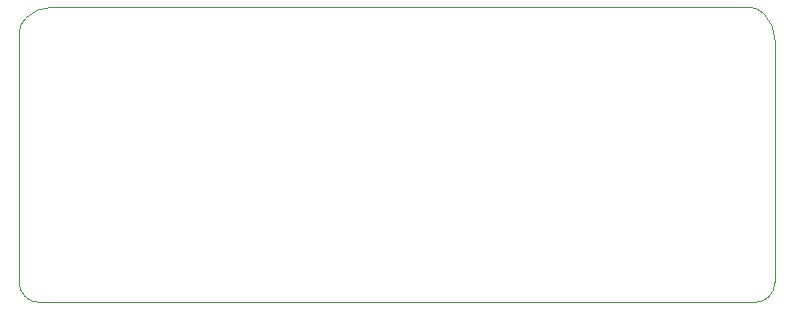
<source format=gbr>
%TF.GenerationSoftware,Altium Limited,Altium Designer,21.9.2 (33)*%
G04 Layer_Color=0*
%FSLAX45Y45*%
%MOMM*%
%TF.SameCoordinates,3A202319-6B33-44FA-9F29-9E3F009970D1*%
%TF.FilePolarity,Positive*%
%TF.FileFunction,Profile,NP*%
%TF.Part,Single*%
G01*
G75*
%TA.AperFunction,Profile*%
%ADD30C,0.02540*%
D30*
X50000Y0D02*
G02*
X0Y120710I120710J120710D01*
G01*
Y2229290D01*
D02*
G02*
X50000Y2350000I170710J0D01*
G01*
X60197Y2360197D01*
D02*
G02*
X277000Y2450000I216802J-216802D01*
G01*
X6179290D01*
D02*
G02*
X6300000Y2400000I0J-170710D01*
G01*
X6310197Y2389803D01*
D02*
G02*
X6400000Y2173000I-216802J-216802D01*
G01*
Y120710D01*
D02*
G02*
X6350000Y0I-170710J0D01*
G01*
D02*
G02*
X6229290Y-50000I-120710J120710D01*
G01*
X170710D01*
D02*
G02*
X50000Y0I0J170710D01*
G01*
%TF.MD5,5c45665b4a99e0e9fe9fe1ba67b667d2*%
M02*

</source>
